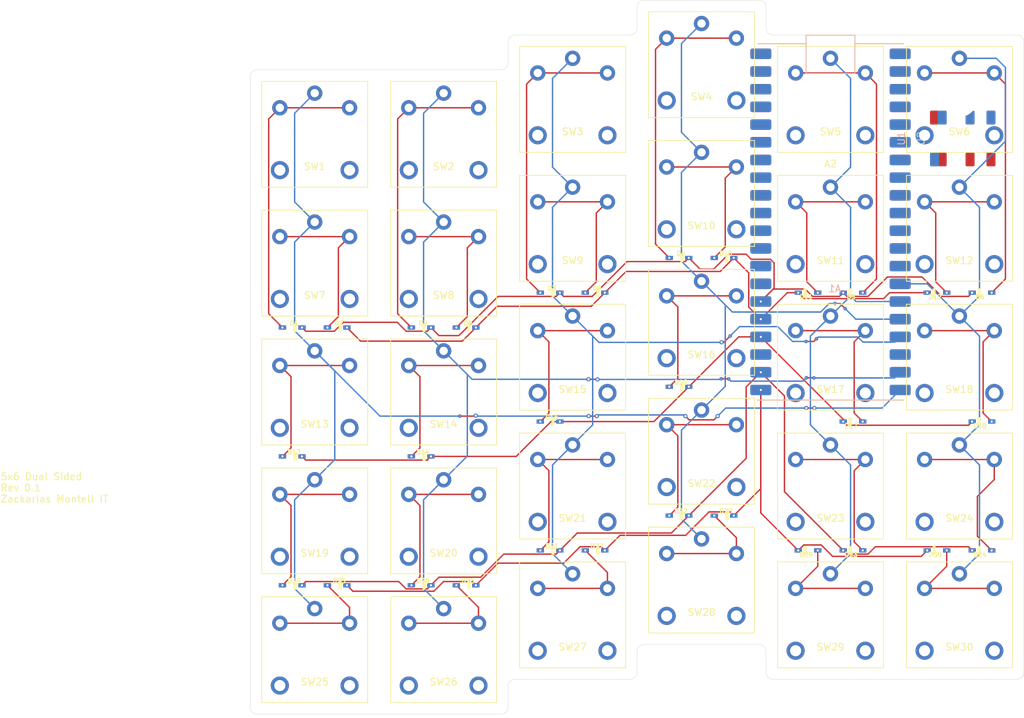
<source format=kicad_pcb>
(kicad_pcb
	(version 20241229)
	(generator "pcbnew")
	(generator_version "9.0")
	(general
		(thickness 1.6)
		(legacy_teardrops no)
	)
	(paper "A4")
	(layers
		(0 "F.Cu" signal)
		(2 "B.Cu" signal)
		(9 "F.Adhes" user "F.Adhesive")
		(11 "B.Adhes" user "B.Adhesive")
		(13 "F.Paste" user)
		(15 "B.Paste" user)
		(5 "F.SilkS" user "F.Silkscreen")
		(7 "B.SilkS" user "B.Silkscreen")
		(1 "F.Mask" user)
		(3 "B.Mask" user)
		(17 "Dwgs.User" user "User.Drawings")
		(19 "Cmts.User" user "User.Comments")
		(21 "Eco1.User" user "User.Eco1")
		(23 "Eco2.User" user "User.Eco2")
		(25 "Edge.Cuts" user)
		(27 "Margin" user)
		(31 "F.CrtYd" user "F.Courtyard")
		(29 "B.CrtYd" user "B.Courtyard")
		(35 "F.Fab" user)
		(33 "B.Fab" user)
		(39 "User.1" user)
		(41 "User.2" user)
		(43 "User.3" user)
		(45 "User.4" user)
	)
	(setup
		(pad_to_mask_clearance 0)
		(allow_soldermask_bridges_in_footprints no)
		(tenting front back)
		(grid_origin 87.5 129.35)
		(pcbplotparams
			(layerselection 0x00000000_00000000_55555555_5755f5ff)
			(plot_on_all_layers_selection 0x00000000_00000000_00000000_00000000)
			(disableapertmacros no)
			(usegerberextensions no)
			(usegerberattributes yes)
			(usegerberadvancedattributes yes)
			(creategerberjobfile yes)
			(dashed_line_dash_ratio 12.000000)
			(dashed_line_gap_ratio 3.000000)
			(svgprecision 4)
			(plotframeref no)
			(mode 1)
			(useauxorigin no)
			(hpglpennumber 1)
			(hpglpenspeed 20)
			(hpglpendiameter 15.000000)
			(pdf_front_fp_property_popups yes)
			(pdf_back_fp_property_popups yes)
			(pdf_metadata yes)
			(pdf_single_document no)
			(dxfpolygonmode yes)
			(dxfimperialunits yes)
			(dxfusepcbnewfont yes)
			(psnegative no)
			(psa4output no)
			(plot_black_and_white yes)
			(sketchpadsonfab no)
			(plotpadnumbers no)
			(hidednponfab no)
			(sketchdnponfab yes)
			(crossoutdnponfab yes)
			(subtractmaskfromsilk no)
			(outputformat 1)
			(mirror no)
			(drillshape 0)
			(scaleselection 1)
			(outputdirectory "gerbers/")
		)
	)
	(net 0 "")
	(net 1 "col3")
	(net 2 "unconnected-(A1-~{3V3_EN}-Pad37)")
	(net 3 "unconnected-(A1-ADC2{slash}GP28-Pad34)")
	(net 4 "row0")
	(net 5 "unconnected-(A1-ADC_VREF-Pad35)")
	(net 6 "unconnected-(A1-VSYS-Pad39)")
	(net 7 "unconnected-(A1-GP22-Pad29)")
	(net 8 "unconnected-(A1-GND-Pad8)")
	(net 9 "unconnected-(A1-GP5-Pad7)")
	(net 10 "row3")
	(net 11 "unconnected-(A1-GND-Pad18)")
	(net 12 "unconnected-(A1-GND-Pad13)")
	(net 13 "row2")
	(net 14 "col1")
	(net 15 "unconnected-(A1-ADC0{slash}GP26-Pad31)")
	(net 16 "row4")
	(net 17 "col5")
	(net 18 "unconnected-(A1-RUN-Pad30)")
	(net 19 "unconnected-(A1-GP9-Pad12)")
	(net 20 "unconnected-(A1-GND-Pad23)")
	(net 21 "unconnected-(A1-GND-Pad28)")
	(net 22 "unconnected-(A1-ADC1{slash}GP27-Pad32)")
	(net 23 "unconnected-(A1-GP8-Pad11)")
	(net 24 "unconnected-(A1-GND-Pad3)")
	(net 25 "col4")
	(net 26 "unconnected-(A1-GND-Pad33)")
	(net 27 "row1")
	(net 28 "col0")
	(net 29 "col2")
	(net 30 "Net-(D1-A)")
	(net 31 "Net-(D2-A)")
	(net 32 "Net-(D3-A)")
	(net 33 "Net-(D4-A)")
	(net 34 "Net-(D5-A)")
	(net 35 "Net-(D6-A)")
	(net 36 "Net-(D7-A)")
	(net 37 "Net-(D8-A)")
	(net 38 "Net-(D9-A)")
	(net 39 "Net-(D10-A)")
	(net 40 "Net-(D11-A)")
	(net 41 "Net-(D12-A)")
	(net 42 "Net-(D13-A)")
	(net 43 "Net-(D14-A)")
	(net 44 "Net-(D15-A)")
	(net 45 "Net-(D16-A)")
	(net 46 "Net-(D17-A)")
	(net 47 "Net-(D18-A)")
	(net 48 "Net-(D19-A)")
	(net 49 "Net-(D20-A)")
	(net 50 "Net-(D21-A)")
	(net 51 "Net-(D22-A)")
	(net 52 "Net-(D23-A)")
	(net 53 "Net-(D24-A)")
	(net 54 "Net-(D25-A)")
	(net 55 "Net-(D26-A)")
	(net 56 "Net-(D27-A)")
	(net 57 "Net-(D28-A)")
	(net 58 "Net-(D29-A)")
	(net 59 "Net-(D30-A)")
	(net 60 "unconnected-(A1-GP3-Pad5)")
	(net 61 "unconnected-(A1-GP21-Pad27)")
	(net 62 "unconnected-(A1-GP7-Pad10)")
	(net 63 "unconnected-(A1-GP6-Pad9)")
	(net 64 "unconnected-(A1-GP2-Pad4)")
	(net 65 "unconnected-(A1-GP4-Pad6)")
	(net 66 "3v31")
	(net 67 "tx1")
	(net 68 "rx1")
	(net 69 "gnd1")
	(net 70 "unconnected-(A2-RUN-Pad30)")
	(net 71 "unconnected-(A2-GND-Pad3)")
	(net 72 "unconnected-(A2-GND-Pad13)")
	(net 73 "unconnected-(A2-GND-Pad28)")
	(net 74 "unconnected-(A2-GP2-Pad4)")
	(net 75 "unconnected-(A2-ADC1{slash}GP27-Pad32)")
	(net 76 "unconnected-(A2-GND-Pad8)")
	(net 77 "unconnected-(A2-ADC2{slash}GP28-Pad34)")
	(net 78 "unconnected-(A2-GP8-Pad11)")
	(net 79 "unconnected-(A2-GP3-Pad5)")
	(net 80 "unconnected-(A2-GP22-Pad29)")
	(net 81 "unconnected-(A2-VBUS-Pad40)")
	(net 82 "unconnected-(A2-GP10-Pad14)")
	(net 83 "unconnected-(A2-GND-Pad33)")
	(net 84 "unconnected-(A2-GND-Pad23)")
	(net 85 "unconnected-(A2-GP4-Pad6)")
	(net 86 "unconnected-(A2-GP6-Pad9)")
	(net 87 "unconnected-(A2-ADC0{slash}GP26-Pad31)")
	(net 88 "unconnected-(A2-~{3V3_EN}-Pad37)")
	(net 89 "unconnected-(A2-GND-Pad18)")
	(net 90 "unconnected-(A2-GP9-Pad12)")
	(net 91 "unconnected-(A2-GP7-Pad10)")
	(net 92 "unconnected-(A2-ADC_VREF-Pad35)")
	(net 93 "unconnected-(A2-3V3(OUT)-Pad36)")
	(net 94 "unconnected-(A2-GP5-Pad7)")
	(net 95 "unconnected-(A1-3V3(OUT)-Pad36)")
	(footprint "footprints:SW_Kailh_Choc_V2_1.00u_double-sided" (layer "F.Cu") (at 87.5 110.85))
	(footprint "footprints:SODFL2512X100N" (layer "F.Cu") (at 139.775 91.6 180))
	(footprint "footprints:SW_Kailh_Choc_V2_1.00u_double-sided" (layer "F.Cu") (at 106 129.35))
	(footprint "footprints:SW_Kailh_Choc_V2_1.00u_double-sided" (layer "F.Cu") (at 180 50.35))
	(footprint "footprints:SODFL2512X100N" (layer "F.Cu") (at 109.225 83.1 180))
	(footprint "footprints:SW_Kailh_Choc_V2_1.00u_double-sided" (layer "F.Cu") (at 124.5 124.35))
	(footprint "footprints:SODFL2512X100N" (layer "F.Cu") (at 158.275 78.1))
	(footprint "footprints:SODFL2512X100N" (layer "F.Cu") (at 127.725 78.1 180))
	(footprint "footprints:SODFL2512X100N" (layer "F.Cu") (at 102.775 120.1 180))
	(footprint "footprints:SODFL2512X100N" (layer "F.Cu") (at 90.725 83.1 180))
	(footprint "footprints:raspberry_pi_pico_SMD" (layer "F.Cu") (at 161.501761 67.930598))
	(footprint "footprints:SODFL2512X100N" (layer "F.Cu") (at 158.275 115.1))
	(footprint "footprints:SW_Kailh_Choc_V2_1.00u_double-sided" (layer "F.Cu") (at 180 124.35))
	(footprint "footprints:SODFL2512X100N" (layer "F.Cu") (at 84.275 120.1 180))
	(footprint "footprints:SODFL2512X100N" (layer "F.Cu") (at 121.275 78.1 180))
	(footprint "footprints:SW_Kailh_Choc_V2_1.00u_double-sided" (layer "F.Cu") (at 161.5 50.35))
	(footprint "footprints:SW_Kailh_Choc_V2_1.00u_double-sided" (layer "F.Cu") (at 180 87.35))
	(footprint "footprints:raspberry_pi_pico_SMD_Reversed" (layer "F.Cu") (at 161.5 67.929189))
	(footprint "footprints:SW_Kailh_Choc_V2_1.00u_double-sided" (layer "F.Cu") (at 161.5 87.35))
	(footprint "footprints:SW_Kailh_Choc_V2_1.00u_double-sided" (layer "F.Cu") (at 143 82.35))
	(footprint "footprints:SW_Kailh_Choc_V2_1.00u_double-sided" (layer "F.Cu") (at 124.5 87.35))
	(footprint "footprints:SW_Kailh_Choc_V2_1.00u_double-sided" (layer "F.Cu") (at 87.5 55.35))
	(footprint "footprints:SW_Kailh_Choc_V2_1.00u_double-sided" (layer "F.Cu") (at 106 110.85))
	(footprint "footprints:SODFL2512X100N" (layer "F.Cu") (at 146.225 73.1 180))
	(footprint "footprints:SODFL2512X100N" (layer "F.Cu") (at 146.225 110.1 180))
	(footprint "footprints:SW_Kailh_Choc_V2_1.00u_double-sided" (layer "F.Cu") (at 180 68.85))
	(footprint "footprints:SODFL2512X100N" (layer "F.Cu") (at 139.775 110.1 180))
	(footprint "footprints:SW_Kailh_Choc_V2_1.00u_double-sided" (layer "F.Cu") (at 106 92.35))
	(footprint "footprints:SODFL2512X100N" (layer "F.Cu") (at 102.775 83.1 180))
	(footprint "footprints:SODFL2512X100N" (layer "F.Cu") (at 164.725 115.1))
	(footprint "footprints:SODFL2512X100N" (layer "F.Cu") (at 90.725 120.1 180))
	(footprint "footprints:SODFL2512X100N" (layer "F.Cu") (at 183.225 78.1))
	(footprint "footprints:SODFL2512X100N" (layer "F.Cu") (at 121.275 96.6 180))
	(footprint "footprints:SW_Kailh_Choc_V2_1.00u_double-sided" (layer "F.Cu") (at 124.5 68.85))
	(footprint "footprints:SODFL2512X100N" (layer "F.Cu") (at 84.275 83.1 180))
	(footprint "footprints:SW_Kailh_Choc_V2_1.00u_double-sided"
		(layer "F.Cu")
		(uuid "a61ff92e-4529-4984-be3d-a6fdbce2a46f
... [219996 chars truncated]
</source>
